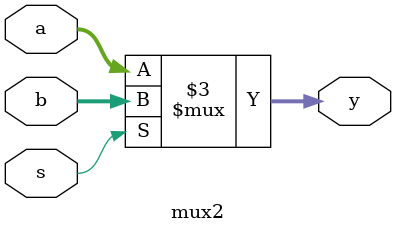
<source format=v>
module mux2(a, b, s, y);

input s;             //选择信号
input[31:0] a,b;     //两个数据输入
output reg[31:0] y;  //输出
    
always @(*)
begin
    y <= (s == 0) ? a : b;
end

endmodule
</source>
